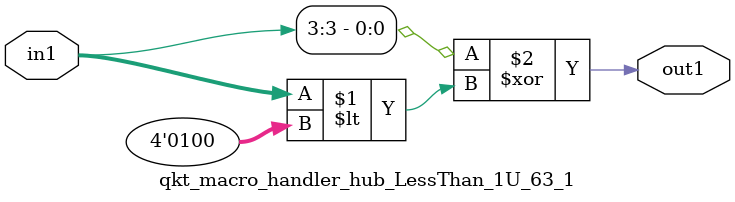
<source format=v>

`timescale 1ps / 1ps


module qkt_macro_handler_hub_LessThan_1U_63_1( in1, out1 );

    input [3:0] in1;
    output out1;

    
    // rtl_process:qkt_macro_handler_hub_LessThan_1U_35_1/qkt_macro_handler_hub_LessThan_1U_35_1_thread_1
    assign out1 = (in1[3] ^ in1 < 4'd04);

endmodule





</source>
